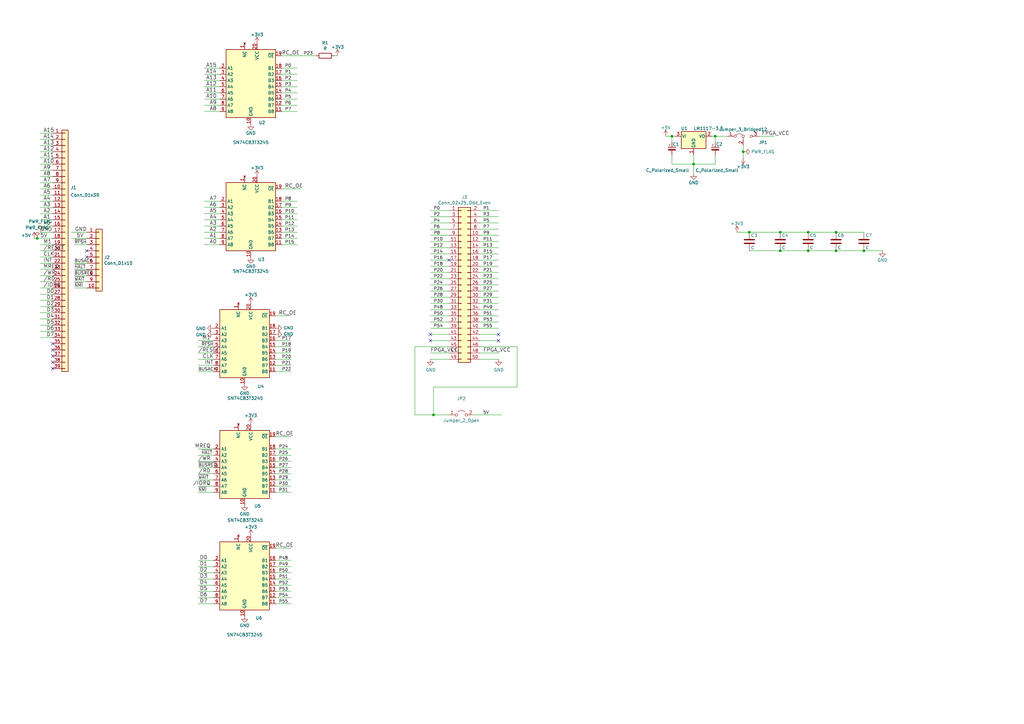
<source format=kicad_sch>
(kicad_sch (version 20211123) (generator eeschema)
  (paper "A3")
  (title_block (title "RC2014 myStorm BlackIce interface") (date "2020-10-08") (rev "2"))
  (lib_symbols
    (symbol "Connector_Generic:Conn_01x10" (pin_names (offset 1.016) hide)
      (property "Reference" "J" (at 0 12.7 0))
      (property "Value" "Conn_01x10" (at 0 -15.24 0))
      (symbol "Conn_01x10_1_1"
        (rectangle (start -1.27 -12.573) (end 0 -12.827) (stroke (width 0.1524)))
        (rectangle (start -1.27 -10.033) (end 0 -10.287) (stroke (width 0.1524)))
        (rectangle (start -1.27 -7.493) (end 0 -7.747) (stroke (width 0.1524)))
        (rectangle (start -1.27 -4.953) (end 0 -5.207) (stroke (width 0.1524)))
        (rectangle (start -1.27 -2.413) (end 0 -2.667) (stroke (width 0.1524)))
        (rectangle (start -1.27 0.127) (end 0 -0.127) (stroke (width 0.1524)))
        (rectangle (start -1.27 2.667) (end 0 2.413) (stroke (width 0.1524)))
        (rectangle (start -1.27 5.207) (end 0 4.953) (stroke (width 0.1524)))
        (rectangle (start -1.27 7.747) (end 0 7.493) (stroke (width 0.1524)))
        (rectangle (start -1.27 10.287) (end 0 10.033) (stroke (width 0.1524)))
        (rectangle (start -1.27 11.43) (end 1.27 -13.97) (stroke (width 0.254)) (fill (type background)))
        (pin passive line (at -5.08 10.16 0) (length 3.81) (name "Pin_1") (number "1"))
        (pin passive line (at -5.08 -12.7 0) (length 3.81) (name "Pin_10") (number "10"))
        (pin passive line (at -5.08 7.62 0) (length 3.81) (name "Pin_2") (number "2"))
        (pin passive line (at -5.08 5.08 0) (length 3.81) (name "Pin_3") (number "3"))
        (pin passive line (at -5.08 2.54 0) (length 3.81) (name "Pin_4") (number "4"))
        (pin passive line (at -5.08 0 0) (length 3.81) (name "Pin_5") (number "5"))
        (pin passive line (at -5.08 -2.54 0) (length 3.81) (name "Pin_6") (number "6"))
        (pin passive line (at -5.08 -5.08 0) (length 3.81) (name "Pin_7") (number "7"))
        (pin passive line (at -5.08 -7.62 0) (length 3.81) (name "Pin_8") (number "8"))
        (pin passive line (at -5.08 -10.16 0) (length 3.81) (name "Pin_9") (number "9"))
      )
    )
    (symbol "Connector_Generic:Conn_01x39" (pin_names (offset 1.016) hide)
      (property "Reference" "J" (at 0 50.8 0))
      (property "Value" "Conn_01x39" (at 0 -50.8 0))
      (symbol "Conn_01x39_1_1"
        (rectangle (start -1.27 -48.133) (end 0 -48.387) (stroke (width 0.1524)))
        (rectangle (start -1.27 -45.593) (end 0 -45.847) (stroke (width 0.1524)))
        (rectangle (start -1.27 -43.053) (end 0 -43.307) (stroke (width 0.1524)))
        (rectangle (start -1.27 -40.513) (end 0 -40.767) (stroke (width 0.1524)))
        (rectangle (start -1.27 -37.973) (end 0 -38.227) (stroke (width 0.1524)))
        (rectangle (start -1.27 -35.433) (end 0 -35.687) (stroke (width 0.1524)))
        (rectangle (start -1.27 -32.893) (end 0 -33.147) (stroke (width 0.1524)))
        (rectangle (start -1.27 -30.353) (end 0 -30.607) (stroke (width 0.1524)))
        (rectangle (start -1.27 -27.813) (end 0 -28.067) (stroke (width 0.1524)))
        (rectangle (start -1.27 -25.273) (end 0 -25.527) (stroke (width 0.1524)))
        (rectangle (start -1.27 -22.733) (end 0 -22.987) (stroke (width 0.1524)))
        (rectangle (start -1.27 -20.193) (end 0 -20.447) (stroke (width 0.1524)))
        (rectangle (start -1.27 -17.653) (end 0 -17.907) (stroke (width 0.1524)))
        (rectangle (start -1.27 -15.113) (end 0 -15.367) (stroke (width 0.1524)))
        (rectangle (start -1.27 -12.573) (end 0 -12.827) (stroke (width 0.1524)))
        (rectangle (start -1.27 -10.033) (end 0 -10.287) (stroke (width 0.1524)))
        (rectangle (start -1.27 -7.493) (end 0 -7.747) (stroke (width 0.1524)))
        (rectangle (start -1.27 -4.953) (end 0 -5.207) (stroke (width 0.1524)))
        (rectangle (start -1.27 -2.413) (end 0 -2.667) (stroke (width 0.1524)))
        (rectangle (start -1.27 0.127) (end 0 -0.127) (stroke (width 0.1524)))
        (rectangle (start -1.27 2.667) (end 0 2.413) (stroke (width 0.1524)))
        (rectangle (start -1.27 5.207) (end 0 4.953) (stroke (width 0.1524)))
        (rectangle (start -1.27 7.747) (end 0 7.493) (stroke (width 0.1524)))
        (rectangle (start -1.27 10.287) (end 0 10.033) (stroke (width 0.1524)))
        (rectangle (start -1.27 12.827) (end 0 12.573) (stroke (width 0.1524)))
        (rectangle (start -1.27 15.367) (end 0 15.113) (stroke (width 0.1524)))
        (rectangle (start -1.27 17.907) (end 0 17.653) (stroke (width 0.1524)))
        (rectangle (start -1.27 20.447) (end 0 20.193) (stroke (width 0.1524)))
        (rectangle (start -1.27 22.987) (end 0 22.733) (stroke (width 0.1524)))
        (rectangle (start -1.27 25.527) (end 0 25.273) (stroke (width 0.1524)))
        (rectangle (start -1.27 28.067) (end 0 27.813) (stroke (width 0.1524)))
        (rectangle (start -1.27 30.607) (end 0 30.353) (stroke (width 0.1524)))
        (rectangle (start -1.27 33.147) (end 0 32.893) (stroke (width 0.1524)))
        (rectangle (start -1.27 35.687) (end 0 35.433) (stroke (width 0.1524)))
        (rectangle (start -1.27 38.227) (end 0 37.973) (stroke (width 0.1524)))
        (rectangle (start -1.27 40.767) (end 0 40.513) (stroke (width 0.1524)))
        (rectangle (start -1.27 43.307) (end 0 43.053) (stroke (width 0.1524)))
        (rectangle (start -1.27 45.847) (end 0 45.593) (stroke (width 0.1524)))
        (rectangle (start -1.27 48.387) (end 0 48.133) (stroke (width 0.1524)))
        (rectangle (start -1.27 49.53) (end 1.27 -49.53) (stroke (width 0.254)) (fill (type background)))
        (pin passive line (at -5.08 48.26 0) (length 3.81) (name "Pin_1") (number "1"))
        (pin passive line (at -5.08 25.4 0) (length 3.81) (name "Pin_10") (number "10"))
        (pin passive line (at -5.08 22.86 0) (length 3.81) (name "Pin_11") (number "11"))
        (pin passive line (at -5.08 20.32 0) (length 3.81) (name "Pin_12") (number "12"))
        (pin passive line (at -5.08 17.78 0) (length 3.81) (name "Pin_13") (number "13"))
        (pin passive line (at -5.08 15.24 0) (length 3.81) (name "Pin_14") (number "14"))
        (pin passive line (at -5.08 12.7 0) (length 3.81) (name "Pin_15") (number "15"))
        (pin passive line (at -5.08 10.16 0) (length 3.81) (name "Pin_16") (number "16"))
        (pin passive line (at -5.08 7.62 0) (length 3.81) (name "Pin_17") (number "17"))
        (pin passive line (at -5.08 5.08 0) (length 3.81) (name "Pin_18") (number "18"))
        (pin passive line (at -5.08 2.54 0) (length 3.81) (name "Pin_19") (number "19"))
        (pin passive line (at -5.08 45.72 0) (length 3.81) (name "Pin_2") (number "2"))
        (pin passive line (at -5.08 0 0) (length 3.81) (name "Pin_20") (number "20"))
        (pin passive line (at -5.08 -2.54 0) (length 3.81) (name "Pin_21") (number "21"))
        (pin passive line (at -5.08 -5.08 0) (length 3.81) (name "Pin_22") (number "22"))
        (pin passive line (at -5.08 -7.62 0) (length 3.81) (name "Pin_23") (number "23"))
        (pin passive line (at -5.08 -10.16 0) (length 3.81) (name "Pin_24") (number "24"))
        (pin passive line (at -5.08 -12.7 0) (length 3.81) (name "Pin_25") (number "25"))
        (pin passive line (at -5.08 -15.24 0) (length 3.81) (name "Pin_26") (number "26"))
        (pin passive line (at -5.08 -17.78 0) (length 3.81) (name "Pin_27") (number "27"))
        (pin passive line (at -5.08 -20.32 0) (length 3.81) (name "Pin_28") (number "28"))
        (pin passive line (at -5.08 -22.86 0) (length 3.81) (name "Pin_29") (number "29"))
        (pin passive line (at -5.08 43.18 0) (length 3.81) (name "Pin_3") (number "3"))
        (pin passive line (at -5.08 -25.4 0) (length 3.81) (name "Pin_30") (number "30"))
        (pin passive line (at -5.08 -27.94 0) (length 3.81) (name "Pin_31") (number "31"))
        (pin passive line (at -5.08 -30.48 0) (length 3.81) (name "Pin_32") (number "32"))
        (pin passive line (at -5.08 -33.02 0) (length 3.81) (name "Pin_33") (number "33"))
        (pin passive line (at -5.08 -35.56 0) (length 3.81) (name "Pin_34") (number "34"))
        (pin passive line (at -5.08 -38.1 0) (length 3.81) (name "Pin_35") (number "35"))
        (pin passive line (at -5.08 -40.64 0) (length 3.81) (name "Pin_36") (number "36"))
        (pin passive line (at -5.08 -43.18 0) (length 3.81) (name "Pin_37") (number "37"))
        (pin passive line (at -5.08 -45.72 0) (length 3.81) (name "Pin_38") (number "38"))
        (pin passive line (at -5.08 -48.26 0) (length 3.81) (name "Pin_39") (number "39"))
        (pin passive line (at -5.08 40.64 0) (length 3.81) (name "Pin_4") (number "4"))
        (pin passive line (at -5.08 38.1 0) (length 3.81) (name "Pin_5") (number "5"))
        (pin passive line (at -5.08 35.56 0) (length 3.81) (name "Pin_6") (number "6"))
        (pin passive line (at -5.08 33.02 0) (length 3.81) (name "Pin_7") (number "7"))
        (pin passive line (at -5.08 30.48 0) (length 3.81) (name "Pin_8") (number "8"))
        (pin passive line (at -5.08 27.94 0) (length 3.81) (name "Pin_9") (number "9"))
      )
    )
    (symbol "Connector_Generic:Conn_02x25_Odd_Even" (pin_names (offset 1.016) hide)
      (property "Reference" "J" (at 1.27 33.02 0))
      (property "Value" "Conn_02x25_Odd_Even" (at 1.27 -33.02 0))
      (symbol "Conn_02x25_Odd_Even_1_1"
        (rectangle (start -1.27 -30.353) (end 0 -30.607) (stroke (width 0.1524)))
        (rectangle (start -1.27 -27.813) (end 0 -28.067) (stroke (width 0.1524)))
        (rectangle (start -1.27 -25.273) (end 0 -25.527) (stroke (width 0.1524)))
        (rectangle (start -1.27 -22.733) (end 0 -22.987) (stroke (width 0.1524)))
        (rectangle (start -1.27 -20.193) (end 0 -20.447) (stroke (width 0.1524)))
        (rectangle (start -1.27 -17.653) (end 0 -17.907) (stroke (width 0.1524)))
        (rectangle (start -1.27 -15.113) (end 0 -15.367) (stroke (width 0.1524)))
        (rectangle (start -1.27 -12.573) (end 0 -12.827) (stroke (width 0.1524)))
        (rectangle (start -1.27 -10.033) (end 0 -10.287) (stroke (width 0.1524)))
        (rectangle (start -1.27 -7.493) (end 0 -7.747) (stroke (width 0.1524)))
        (rectangle (start -1.27 -4.953) (end 0 -5.207) (stroke (width 0.1524)))
        (rectangle (start -1.27 -2.413) (end 0 -2.667) (stroke (width 0.1524)))
        (rectangle (start -1.27 0.127) (end 0 -0.127) (stroke (width 0.1524)))
        (rectangle (start -1.27 2.667) (end 0 2.413) (stroke (width 0.1524)))
        (rectangle (start -1.27 5.207) (end 0 4.953) (stroke (width 0.1524)))
        (rectangle (start -1.27 7.747) (end 0 7.493) (stroke (width 0.1524)))
        (rectangle (start -1.27 10.287) (end 0 10.033) (stroke (width 0.1524)))
        (rectangle (start -1.27 12.827) (end 0 12.573) (stroke (width 0.1524)))
        (rectangle (start -1.27 15.367) (end 0 15.113) (stroke (width 0.1524)))
        (rectangle (start -1.27 17.907) (end 0 17.653) (stroke (width 0.1524)))
        (rectangle (start -1.27 20.447) (end 0 20.193) (stroke (width 0.1524)))
        (rectangle (start -1.27 22.987) (end 0 22.733) (stroke (width 0.1524)))
        (rectangle (start -1.27 25.527) (end 0 25.273) (stroke (width 0.1524)))
        (rectangle (start -1.27 28.067) (end 0 27.813) (stroke (width 0.1524)))
        (rectangle (start -1.27 30.607) (end 0 30.353) (stroke (width 0.1524)))
        (rectangle (start -1.27 31.75) (end 3.81 -31.75) (stroke (width 0.254)) (fill (type background)))
        (rectangle (start 3.81 -30.353) (end 2.54 -30.607) (stroke (width 0.1524)))
        (rectangle (start 3.81 -27.813) (end 2.54 -28.067) (stroke (width 0.1524)))
        (rectangle (start 3.81 -25.273) (end 2.54 -25.527) (stroke (width 0.1524)))
        (rectangle (start 3.81 -22.733) (end 2.54 -22.987) (stroke (width 0.1524)))
        (rectangle (start 3.81 -20.193) (end 2.54 -20.447) (stroke (width 0.1524)))
        (rectangle (start 3.81 -17.653) (end 2.54 -17.907) (stroke (width 0.1524)))
        (rectangle (start 3.81 -15.113) (end 2.54 -15.367) (stroke (width 0.1524)))
        (rectangle (start 3.81 -12.573) (end 2.54 -12.827) (stroke (width 0.1524)))
        (rectangle (start 3.81 -10.033) (end 2.54 -10.287) (stroke (width 0.1524)))
        (rectangle (start 3.81 -7.493) (end 2.54 -7.747) (stroke (width 0.1524)))
        (rectangle (start 3.81 -4.953) (end 2.54 -5.207) (stroke (width 0.1524)))
        (rectangle (start 3.81 -2.413) (end 2.54 -2.667) (stroke (width 0.1524)))
        (rectangle (start 3.81 0.127) (end 2.54 -0.127) (stroke (width 0.1524)))
        (rectangle (start 3.81 2.667) (end 2.54 2.413) (stroke (width 0.1524)))
        (rectangle (start 3.81 5.207) (end 2.54 4.953) (stroke (width 0.1524)))
        (rectangle (start 3.81 7.747) (end 2.54 7.493) (stroke (width 0.1524)))
        (rectangle (start 3.81 10.287) (end 2.54 10.033) (stroke (width 0.1524)))
        (rectangle (start 3.81 12.827) (end 2.54 12.573) (stroke (width 0.1524)))
        (rectangle (start 3.81 15.367) (end 2.54 15.113) (stroke (width 0.1524)))
        (rectangle (start 3.81 17.907) (end 2.54 17.653) (stroke (width 0.1524)))
        (rectangle (start 3.81 20.447) (end 2.54 20.193) (stroke (width 0.1524)))
        (rectangle (start 3.81 22.987) (end 2.54 22.733) (stroke (width 0.1524)))
        (rectangle (start 3.81 25.527) (end 2.54 25.273) (stroke (width 0.1524)))
        (rectangle (start 3.81 28.067) (end 2.54 27.813) (stroke (width 0.1524)))
        (rectangle (start 3.81 30.607) (end 2.54 30.353) (stroke (width 0.1524)))
        (pin passive line (at -5.08 30.48 0) (length 3.81) (name "Pin_1") (number "1"))
        (pin passive line (at 7.62 20.32 180) (length 3.81) (name "Pin_10") (number "10"))
        (pin passive line (at -5.08 17.78 0) (length 3.81) (name "Pin_11") (number "11"))
        (pin passive line (at 7.62 17.78 180) (length 3.81) (name "Pin_12") (number "12"))
        (pin passive line (at -5.08 15.24 0) (length 3.81) (name "Pin_13") (number "13"))
        (pin passive line (at 7.62 15.24 180) (length 3.81) (name "Pin_14") (number "14"))
        (pin passive line (at -5.08 12.7 0) (length 3.81) (name "Pin_15") (number "15"))
        (pin passive line (at 7.62 12.7 180) (length 3.81) (name "Pin_16") (number "16"))
        (pin passive line (at -5.08 10.16 0) (length 3.81) (name "Pin_17") (number "17"))
        (pin passive line (at 7.62 10.16 180) (length 3.81) (name "Pin_18") (number "18"))
        (pin passive line (at -5.08 7.62 0) (length 3.81) (name "Pin_19") (number "19"))
        (pin passive line (at 7.62 30.48 180) (length 3.81) (name "Pin_2") (number "2"))
        (pin passive line (at 7.62 7.62 180) (length 3.81) (name "Pin_20") (number "20"))
        (pin passive line (at -5.08 5.08 0) (length 3.81) (name "Pin_21") (number "21"))
        (pin passive line (at 7.62 5.08 180) (length 3.81) (name "Pin_22") (number "22"))
        (pin passive line (at -5.08 2.54 0) (length 3.81) (name "Pin_23") (number "23"))
        (pin passive line (at 7.62 2.54 180) (length 3.81) (name "Pin_24") (number "24"))
        (pin passive line (at -5.08 0 0) (length 3.81) (name "Pin_25") (number "25"))
        (pin passive line (at 7.62 0 180) (length 3.81) (name "Pin_26") (number "26"))
        (pin passive line (at -5.08 -2.54 0) (length 3.81) (name "Pin_27") (number "27"))
        (pin passive line (at 7.62 -2.54 180) (length 3.81) (name "Pin_28") (number "28"))
        (pin passive line (at -5.08 -5.08 0) (length 3.81) (name "Pin_29") (number "29"))
        (pin passive line (at -5.08 27.94 0) (length 3.81) (name "Pin_3") (number "3"))
        (pin passive line (at 7.62 -5.08 180) (length 3.81) (name "Pin_30") (number "30"))
        (pin passive line (at -5.08 -7.62 0) (length 3.81) (name "Pin_31") (number "31"))
        (pin passive line (at 7.62 -7.62 180) (length 3.81) (name "Pin_32") (number "32"))
        (pin passive line (at -5.08 -10.16 0) (length 3.81) (name "Pin_33") (number "33"))
        (pin passive line (at 7.62 -10.16 180) (length 3.81) (name "Pin_34") (number "34"))
        (pin passive line (at -5.08 -12.7 0) (length 3.81) (name "Pin_35") (number "35"))
        (pin passive line (at 7.62 -12.7 180) (length 3.81) (name "Pin_36") (number "36"))
        (pin passive line (at -5.08 -15.24 0) (length 3.81) (name "Pin_37") (number "37"))
        (pin passive line (at 7.62 -15.24 180) (length 3.81) (name "Pin_38") (number "38"))
        (pin passive line (at -5.08 -17.78 0) (length 3.81) (name "Pin_39") (number "39"))
        (pin passive line (at 7.62 27.94 180) (length 3.81) (name "Pin_4") (number "4"))
        (pin passive line (at 7.62 -17.78 180) (length 3.81) (name "Pin_40") (number "40"))
        (pin passive line (at -5.08 -20.32 0) (length 3.81) (name "Pin_41") (number "41"))
        (pin passive line (at 7.62 -20.32 180) (length 3.81) (name "Pin_42") (number "42"))
        (pin passive line (at -5.08 -22.86 0) (length 3.81) (name "Pin_43") (number "43"))
        (pin passive line (at 7.62 -22.86 180) (length 3.81) (name "Pin_44") (number "44"))
        (pin passive line (at -5.08 -25.4 0) (length 3.81) (name "Pin_45") (number "45"))
        (pin passive line (at 7.62 -25.4 180) (length 3.81) (name "Pin_46") (number "46"))
        (pin passive line (at -5.08 -27.94 0) (length 3.81) (name "Pin_47") (number "47"))
        (pin passive line (at 7.62 -27.94 180) (length 3.81) (name "Pin_48") (number "48"))
        (pin passive line (at -5.08 -30.48 0) (length 3.81) (name "Pin_49") (number "49"))
        (pin passive line (at -5.08 25.4 0) (length 3.81) (name "Pin_5") (number "5"))
        (pin passive line (at 7.62 -30.48 180) (length 3.81) (name "Pin_50") (number "50"))
        (pin passive line (at 7.62 25.4 180) (length 3.81) (name "Pin_6") (number "6"))
        (pin passive line (at -5.08 22.86 0) (length 3.81) (name "Pin_7") (number "7"))
        (pin passive line (at 7.62 22.86 180) (length 3.81) (name "Pin_8") (number "8"))
        (pin passive line (at -5.08 20.32 0) (length 3.81) (name "Pin_9") (number "9"))
      )
    )
    (symbol "Device:C" (pin_numbers hide) (pin_names (offset 0.254))
      (property "Reference" "C" (at 0.635 2.54 0))
      (property "Value" "C" (at 0.635 -2.54 0))
      (symbol "C_0_1"
        (polyline (pts (xy -2.032 -0.762) (xy 2.032 -0.762)) (stroke (width 0.508)))
        (polyline (pts (xy -2.032 0.762) (xy 2.032 0.762)) (stroke (width 0.508)))
      )
      (symbol "C_1_1"
        (pin passive line (at 0 3.81 270) (length 2.794) (name "~") (number "1"))
        (pin passive line (at 0 -3.81 90) (length 2.794) (name "~") (number "2"))
      )
    )
    (symbol "Device:C_Polarized_Small" (pin_numbers hide) (pin_names (offset 0.254) hide)
      (property "Reference" "C" (at 0.254 1.778 0))
      (property "Value" "C_Polarized_Small" (at 0.254 -2.032 0))
      (symbol "C_Polarized_Small_0_1"
        (rectangle (start -1.524 -0.3048) (end 1.524 -0.6858) (fill (type outline)))
        (rectangle (start -1.524 0.6858) (end 1.524 0.3048))
        (polyline (pts (xy -1.27 1.524) (xy -0.762 1.524)))
        (polyline (pts (xy -1.016 1.27) (xy -1.016 1.778)))
      )
      (symbol "C_Polarized_Small_1_1"
        (pin passive line (at 0 2.54 270) (length 1.8542) (name "~") (number "1"))
        (pin passive line (at 0 -2.54 90) (length 1.8542) (name "~") (number "2"))
      )
    )
    (symbol "Device:R" (pin_numbers hide) (pin_names (offset 0))
      (property "Reference" "R" (at 2.032 0 90))
      (property "Value" "R" (at 0 0 90))
      (symbol "R_0_1"
        (rectangle (start -1.016 -2.54) (end 1.016 2.54) (stroke (width 0.254)))
      )
      (symbol "R_1_1"
        (pin passive line (at 0 3.81 270) (length 1.27) (name "~") (number "1"))
        (pin passive line (at 0 -3.81 90) (length 1.27) (name "~") (number "2"))
      )
    )
    (symbol "Jumper:Jumper_2_Open" (pin_names (offset 0) hide)
      (property "Reference" "JP" (at 0 2.794 0))
      (property "Value" "Jumper_2_Open" (at 0 -2.286 0))
      (symbol "Jumper_2_Open_0_0"
        (circle (center -2.032 0) (radius 0.508))
        (circle (center 2.032 0) (radius 0.508))
      )
      (symbol "Jumper_2_Open_0_1"
        (arc (start 1.524 1.27) (mid 0 1.778) (end -1.524 1.27))
      )
      (symbol "Jumper_2_Open_1_1"
        (pin passive line (at -5.08 0 0) (length 2.54) (name "A") (number "1"))
        (pin passive line (at 5.08 0 180) (length 2.54) (name "B") (number "2"))
      )
    )
    (symbol "Jumper:Jumper_3_Bridged12" (pin_names (offset 0) hide)
      (property "Reference" "JP" (at -2.54 -2.54 0))
      (property "Value" "Jumper_3_Bridged12" (at 0 2.794 0))
      (symbol "Jumper_3_Bridged12_0_0"
        (circle (center -3.302 0) (radius 0.508))
        (circle (center 0 0) (radius 0.508))
        (circle (center 3.302 0) (radius 0.508))
      )
      (symbol "Jumper_3_Bridged12_0_1"
        (arc (start -0.254 0.508) (mid -1.651 0.9912) (end -3.048 0.508))
        (polyline (pts (xy 0 -1.27) (xy 0 -0.508)))
      )
      (symbol "Jumper_3_Bridged12_1_1"
        (pin passive line (at -6.35 0 0) (length 2.54) (name "A") (number "1"))
        (pin passive line (at 0 -3.81 90) (length 2.54) (name "C") (number "2"))
        (pin passive line (at 6.35 0 180) (length 2.54) (name "B") (number "3"))
      )
    )
    (symbol "Regulator_Linear:LM1117-3.3" (pin_names (offset 0.254))
      (property "Reference" "U" (at -3.81 3.175 0))
      (property "Value" "LM1117-3.3" (at 0 3.175 0))
      (symbol "LM1117-3.3_0_1"
        (rectangle (start -5.08 -5.08) (end 5.08 1.905) (stroke (width 0.254)) (fill (type background)))
      )
      (symbol "LM1117-3.3_1_1"
        (pin power_in line (at 0 -7.62 90) (length 2.54) (name "GND") (number "1"))
        (pin power_out line (at 7.62 0 180) (length 2.54) (name "VO") (number "2"))
        (pin power_in line (at -7.62 0 0) (length 2.54) (name "VI") (number "3"))
      )
    )
    (symbol "power:+3V3" (power) (pin_names (offset 0))
      (property "Value" "+3V3" (at 0 3.556 0))
      (symbol "+3V3_0_1"
        (polyline (pts (xy -0.762 1.27) (xy 0 2.54)))
        (polyline (pts (xy 0 0) (xy 0 2.54)))
        (polyline (pts (xy 0 2.54) (xy 0.762 1.27)))
      )
      (symbol "+3V3_1_1"
        (pin power_in line (at 0 0 90) (length 0) hide (name "+3V3") (number "1"))
      )
    )
    (symbol "power:+5V" (power) (pin_names (offset 0))
      (property "Value" "+5V" (at 0 3.556 0))
      (symbol "+5V_0_1"
        (polyline (pts (xy -0.762 1.27) (xy 0 2.54)))
        (polyline (pts (xy 0 0) (xy 0 2.54)))
        (polyline (pts (xy 0 2.54) (xy 0.762 1.27)))
      )
      (symbol "+5V_1_1"
        (pin power_in line (at 0 0 90) (length 0) hide (name "+5V") (number "1"))
      )
    )
    (symbol "power:GND" (power) (pin_names (offset 0))
      (property "Value" "GND" (at 0 -3.81 0))
      (symbol "GND_0_1"
        (polyline (pts (xy 0 0) (xy 0 -1.27) (xy 1.27 -1.27) (xy 0 -2.54) (xy -1.27 -1.27) (xy 0 -1.27)))
      )
      (symbol "GND_1_1"
        (pin power_in line (at 0 0 270) (length 0) hide (name "GND") (number "1"))
      )
    )
    (symbol "power:PWR_FLAG" (power) (pin_numbers hide) (pin_names (offset 0) hide)
      (property "Value" "PWR_FLAG" (at 0 3.81 0))
      (symbol "PWR_FLAG_0_0"
        (pin power_out line (at 0 0 90) (length 0) (name "pwr") (number "1"))
      )
      (symbol "PWR_FLAG_0_1"
        (polyline (pts (xy 0 0) (xy 0 1.27) (xy -1.016 1.905) (xy 0 2.54) (xy 1.016 1.905) (xy 0 1.27)))
      )
    )
    (symbol "rc2014-icecore:SN74CB3T3245"
      (property "Reference" "U" (at -8.89 13.97 0))
      (property "Value" "SN74CB3T3245" (at 12.7 13.97 0))
      (symbol "SN74CB3T3245_0_1"
        (rectangle (start -10.16 12.7) (end 10.16 -15.24) (stroke (width 0.254)) (fill (type background)))
      )
      (symbol "SN74CB3T3245_1_1"
        (pin no_connect line (at -2.54 15.24 270) (length 2.54) (name "NC") (number "1"))
        (pin power_in line (at 0 -17.78 90) (length 2.54) (name "GND") (number "10"))
        (pin bidirectional line (at 12.7 -12.7 180) (length 2.54) (name "B8") (number "11"))
        (pin bidirectional line (at 12.7 -10.16 180) (length 2.54) (name "B7") (number "12"))
        (pin bidirectional line (at 12.7 -7.62 180) (length 2.54) (name "B6") (number "13"))
        (pin bidirectional line (at 12.7 -5.08 180) (length 2.54) (name "B5") (number "14"))
        (pin bidirectional line (at 12.7 -2.54 180) (length 2.54) (name "B4") (number "15"))
        (pin bidirectional line (at 12.7 0 180) (length 2.54) (name "B3") (number "16"))
        (pin bidirectional line (at 12.7 2.54 180) (length 2.54) (name "B2") (number "17"))
        (pin bidirectional line (at 12.7 5.08 180) (length 2.54) (name "B1") (number "18"))
        (pin input line (at 12.7 10.16 180) (length 2.54) (name "~{OE}") (number "19"))
        (pin bidirectional line (at -12.7 5.08 0) (length 2.54) (name "A1") (number "2"))
        (pin power_in line (at 2.54 15.24 270) (length 2.54) (name "VCC") (number "20"))
        (pin bidirectional line (at -12.7 2.54 0) (length 2.54) (name "A2") (number "3"))
        (pin bidirectional line (at -12.7 0 0) (length 2.54) (name "A3") (number "4"))
        (pin bidirectional line (at -12.7 -2.54 0) (length 2.54) (name "A4") (number "5"))
        (pin bidirectional line (at -12.7 -5.08 0) (length 2.54) (name "A5") (number "6"))
        (pin bidirectional line (at -12.7 -7.62 0) (length 2.54) (name "A6") (number "7"))
        (pin bidirectional line (at -12.7 -10.16 0) (length 2.54) (name "A7") (number "8"))
        (pin bidirectional line (at -12.7 -12.7 0) (length 2.54) (name "A8") (number "9"))
      )
    )
  )
  (junction (at 320.04 95.25))
  (junction (at 354.33 102.87))
  (junction (at 15.24 97.79))
  (junction (at 342.9 102.87))
  (junction (at 284.48 67.31))
  (junction (at 304.8 62.23))
  (junction (at 293.37 55.88))
  (junction (at 177.8 170.18))
  (junction (at 331.47 102.87))
  (junction (at 275.59 55.88))
  (junction (at 342.9 95.25))
  (junction (at 307.34 95.25))
  (junction (at 331.47 95.25))
  (junction (at 320.04 102.87))
  (no_connect (at 204.47 139.7))
  (no_connect (at 204.47 137.16))
  (no_connect (at 176.53 137.16))
  (no_connect (at 35.56 105.41))
  (no_connect (at 21.59 148.59))
  (no_connect (at 184.15 106.68))
  (no_connect (at 21.59 151.13))
  (no_connect (at 176.53 139.7))
  (no_connect (at 35.56 102.87))
  (no_connect (at 21.59 146.05))
  (no_connect (at 21.59 140.97))
  (no_connect (at 21.59 143.51))
  (wire (pts (xy 204.47 106.68) (xy 196.85 106.68)))
  (wire (pts (xy 16.51 92.71) (xy 21.59 92.71)))
  (wire (pts (xy 90.17 82.55) (xy 83.82 82.55)))
  (wire (pts (xy 170.18 170.18) (xy 177.8 170.18)))
  (wire (pts (xy 16.51 118.11) (xy 21.59 118.11)))
  (wire (pts (xy 121.92 82.55) (xy 115.57 82.55)))
  (wire (pts (xy 16.51 133.35) (xy 21.59 133.35)))
  (wire (pts (xy 212.09 158.75) (xy 177.8 158.75)))
  (wire (pts (xy 29.21 97.79) (xy 35.56 97.79)))
  (wire (pts (xy 204.47 96.52) (xy 196.85 96.52)))
  (wire (pts (xy 177.8 158.75) (xy 177.8 170.18)))
  (wire (pts (xy 87.63 147.32) (xy 81.28 147.32)))
  (wire (pts (xy 87.63 152.4) (xy 81.28 152.4)))
  (wire (pts (xy 204.47 114.3) (xy 196.85 114.3)))
  (wire (pts (xy 184.15 137.16) (xy 176.53 137.16)))
  (wire (pts (xy 204.47 119.38) (xy 196.85 119.38)))
  (wire (pts (xy 293.37 67.31) (xy 293.37 63.5)))
  (wire (pts (xy 30.48 113.03) (xy 35.56 113.03)))
  (wire (pts (xy 16.51 130.81) (xy 21.59 130.81)))
  (wire (pts (xy 194.31 170.18) (xy 205.74 170.18)))
  (wire (pts (xy 119.38 129.54) (xy 113.03 129.54)))
  (wire (pts (xy 87.63 191.77) (xy 81.28 191.77)))
  (wire (pts (xy 87.63 237.49) (xy 81.28 237.49)))
  (wire (pts (xy 113.03 139.7) (xy 119.38 139.7)))
  (wire (pts (xy 170.18 142.24) (xy 184.15 142.24)))
  (wire (pts (xy 87.63 189.23) (xy 81.28 189.23)))
  (wire (pts (xy 184.15 88.9) (xy 176.53 88.9)))
  (wire (pts (xy 16.51 77.47) (xy 21.59 77.47)))
  (wire (pts (xy 204.47 132.08) (xy 196.85 132.08)))
  (wire (pts (xy 121.92 43.18) (xy 115.57 43.18)))
  (wire (pts (xy 115.57 38.1) (xy 121.92 38.1)))
  (wire (pts (xy 121.92 85.09) (xy 115.57 85.09)))
  (wire (pts (xy 275.59 58.42) (xy 275.59 55.88)))
  (wire (pts (xy 184.15 121.92) (xy 176.53 121.92)))
  (wire (pts (xy 121.92 90.17) (xy 115.57 90.17)))
  (wire (pts (xy 90.17 95.25) (xy 83.82 95.25)))
  (wire (pts (xy 90.17 92.71) (xy 83.82 92.71)))
  (wire (pts (xy 177.8 170.18) (xy 184.15 170.18)))
  (wire (pts (xy 16.51 59.69) (xy 21.59 59.69)))
  (wire (pts (xy 119.38 229.87) (xy 113.03 229.87)))
  (wire (pts (xy 87.63 139.7) (xy 81.28 139.7)))
  (wire (pts (xy 184.15 114.3) (xy 176.53 114.3)))
  (wire (pts (xy 204.47 86.36) (xy 196.85 86.36)))
  (wire (pts (xy 119.38 186.69) (xy 113.03 186.69)))
  (wire (pts (xy 87.63 245.11) (xy 81.28 245.11)))
  (wire (pts (xy 119.38 149.86) (xy 113.03 149.86)))
  (wire (pts (xy 275.59 67.31) (xy 284.48 67.31)))
  (wire (pts (xy 30.48 107.95) (xy 35.56 107.95)))
  (wire (pts (xy 90.17 100.33) (xy 83.82 100.33)))
  (wire (pts (xy 90.17 97.79) (xy 83.82 97.79)))
  (wire (pts (xy 90.17 35.56) (xy 83.82 35.56)))
  (wire (pts (xy 304.8 62.23) (xy 304.8 64.77)))
  (wire (pts (xy 87.63 196.85) (xy 81.28 196.85)))
  (wire (pts (xy 302.26 95.25) (xy 307.34 95.25)))
  (wire (pts (xy 354.33 102.87) (xy 361.95 102.87)))
  (wire (pts (xy 16.51 80.01) (xy 21.59 80.01)))
  (wire (pts (xy 119.38 184.15) (xy 113.03 184.15)))
  (wire (pts (xy 16.51 123.19) (xy 21.59 123.19)))
  (wire (pts (xy 184.15 93.98) (xy 176.53 93.98)))
  (wire (pts (xy 320.04 102.87) (xy 331.47 102.87)))
  (wire (pts (xy 87.63 199.39) (xy 81.28 199.39)))
  (wire (pts (xy 87.63 149.86) (xy 81.28 149.86)))
  (wire (pts (xy 121.92 92.71) (xy 115.57 92.71)))
  (wire (pts (xy 115.57 27.94) (xy 121.92 27.94)))
  (wire (pts (xy 90.17 27.94) (xy 83.82 27.94)))
  (wire (pts (xy 184.15 129.54) (xy 176.53 129.54)))
  (wire (pts (xy 184.15 147.32) (xy 176.53 147.32)))
  (wire (pts (xy 115.57 35.56) (xy 121.92 35.56)))
  (wire (pts (xy 204.47 91.44) (xy 196.85 91.44)))
  (wire (pts (xy 16.51 95.25) (xy 21.59 95.25)))
  (wire (pts (xy 204.47 109.22) (xy 196.85 109.22)))
  (wire (pts (xy 115.57 40.64) (xy 121.92 40.64)))
  (wire (pts (xy 284.48 67.31) (xy 284.48 71.12)))
  (wire (pts (xy 119.38 147.32) (xy 113.03 147.32)))
  (wire (pts (xy 304.8 59.69) (xy 304.8 62.23)))
  (wire (pts (xy 35.56 95.25) (xy 29.21 95.25)))
  (wire (pts (xy 184.15 134.62) (xy 176.53 134.62)))
  (wire (pts (xy 121.92 100.33) (xy 115.57 100.33)))
  (wire (pts (xy 16.51 115.57) (xy 21.59 115.57)))
  (wire (pts (xy 81.28 201.93) (xy 87.63 201.93)))
  (wire (pts (xy 16.51 90.17) (xy 21.59 90.17)))
  (wire (pts (xy 87.63 247.65) (xy 81.28 247.65)))
  (wire (pts (xy 123.19 77.47) (xy 115.57 77.47)))
  (wire (pts (xy 113.03 237.49) (xy 119.38 237.49)))
  (wire (pts (xy 16.51 74.93) (xy 21.59 74.93)))
  (wire (pts (xy 119.38 232.41) (xy 113.03 232.41)))
  (wire (pts (xy 293.37 55.88) (xy 293.37 58.42)))
  (wire (pts (xy 16.51 102.87) (xy 21.59 102.87)))
  (wire (pts (xy 121.92 97.79) (xy 115.57 97.79)))
  (wire (pts (xy 184.15 109.22) (xy 176.53 109.22)))
  (wire (pts (xy 204.47 93.98) (xy 196.85 93.98)))
  (wire (pts (xy 204.47 139.7) (xy 196.85 139.7)))
  (wire (pts (xy 121.92 87.63) (xy 115.57 87.63)))
  (wire (pts (xy 119.38 144.78) (xy 113.03 144.78)))
  (wire (pts (xy 184.15 144.78) (xy 176.53 144.78)))
  (wire (pts (xy 119.38 142.24) (xy 113.03 142.24)))
  (wire (pts (xy 87.63 242.57) (xy 81.28 242.57)))
  (wire (pts (xy 16.51 82.55) (xy 21.59 82.55)))
  (wire (pts (xy 121.92 95.25) (xy 115.57 95.25)))
  (wire (pts (xy 204.47 137.16) (xy 196.85 137.16)))
  (wire (pts (xy 16.51 135.89) (xy 21.59 135.89)))
  (wire (pts (xy 16.51 67.31) (xy 21.59 67.31)))
  (wire (pts (xy 30.48 115.57) (xy 35.56 115.57)))
  (wire (pts (xy 184.15 111.76) (xy 176.53 111.76)))
  (wire (pts (xy 113.03 240.03) (xy 119.38 240.03)))
  (wire (pts (xy 184.15 116.84) (xy 176.53 116.84)))
  (wire (pts (xy 90.17 30.48) (xy 83.82 30.48)))
  (wire (pts (xy 87.63 194.31) (xy 81.28 194.31)))
  (wire (pts (xy 129.54 22.86) (xy 115.57 22.86)))
  (wire (pts (xy 16.51 113.03) (xy 21.59 113.03)))
  (wire (pts (xy 90.17 38.1) (xy 83.82 38.1)))
  (wire (pts (xy 184.15 96.52) (xy 176.53 96.52)))
  (wire (pts (xy 204.47 147.32) (xy 196.85 147.32)))
  (wire (pts (xy 113.03 245.11) (xy 119.38 245.11)))
  (wire (pts (xy 113.03 247.65) (xy 119.38 247.65)))
  (wire (pts (xy 115.57 45.72) (xy 121.92 45.72)))
  (wire (pts (xy 16.51 87.63) (xy 21.59 87.63)))
  (wire (pts (xy 87.63 144.78) (xy 81.28 144.78)))
  (wire (pts (xy 119.38 179.07) (xy 113.03 179.07)))
  (wire (pts (xy 16.51 57.15) (xy 21.59 57.15)))
  (wire (pts (xy 113.03 234.95) (xy 119.38 234.95)))
  (wire (pts (xy 170.18 142.24) (xy 170.18 170.18)))
  (wire (pts (xy 119.38 224.79) (xy 113.03 224.79)))
  (wire (pts (xy 30.48 100.33) (xy 35.56 100.33)))
  (wire (pts (xy 119.38 191.77) (xy 113.03 191.77)))
  (wire (pts (xy 212.09 142.24) (xy 212.09 158.75)))
  (wire (pts (xy 30.48 110.49) (xy 35.56 110.49)))
  (wire (pts (xy 83.82 85.09) (xy 90.17 85.09)))
  (wire (pts (xy 307.34 95.25) (xy 320.04 95.25)))
  (wire (pts (xy 320.04 95.25) (xy 331.47 95.25)))
  (wire (pts (xy 184.15 101.6) (xy 176.53 101.6)))
  (wire (pts (xy 184.15 139.7) (xy 176.53 139.7)))
  (wire (pts (xy 184.15 124.46) (xy 176.53 124.46)))
  (wire (pts (xy 16.51 69.85) (xy 21.59 69.85)))
  (wire (pts (xy 184.15 86.36) (xy 176.53 86.36)))
  (wire (pts (xy 81.28 186.69) (xy 87.63 186.69)))
  (wire (pts (xy 16.51 54.61) (xy 21.59 54.61)))
  (wire (pts (xy 16.51 120.65) (xy 21.59 120.65)))
  (wire (pts (xy 90.17 87.63) (xy 83.82 87.63)))
  (wire (pts (xy 16.51 125.73) (xy 21.59 125.73)))
  (wire (pts (xy 87.63 234.95) (xy 81.28 234.95)))
  (wire (pts (xy 204.47 104.14) (xy 196.85 104.14)))
  (wire (pts (xy 16.51 64.77) (xy 21.59 64.77)))
  (wire (pts (xy 16.51 110.49) (xy 21.59 110.49)))
  (wire (pts (xy 119.38 194.31) (xy 113.03 194.31)))
  (wire (pts (xy 311.15 55.88) (xy 317.5 55.88)))
  (wire (pts (xy 342.9 95.25) (xy 354.33 95.25)))
  (wire (pts (xy 342.9 102.87) (xy 354.33 102.87)))
  (wire (pts (xy 90.17 40.64) (xy 83.82 40.64)))
  (wire (pts (xy 184.15 119.38) (xy 176.53 119.38)))
  (wire (pts (xy 204.47 127) (xy 196.85 127)))
  (wire (pts (xy 204.47 101.6) (xy 196.85 101.6)))
  (wire (pts (xy 87.63 142.24) (xy 81.28 142.24)))
  (wire (pts (xy 119.38 152.4) (xy 113.03 152.4)))
  (wire (pts (xy 119.38 201.93) (xy 113.03 201.93)))
  (wire (pts (xy 90.17 90.17) (xy 83.82 90.17)))
  (wire (pts (xy 87.63 240.03) (xy 81.28 240.03)))
  (wire (pts (xy 87.63 232.41) (xy 81.28 232.41)))
  (wire (pts (xy 16.51 138.43) (xy 21.59 138.43)))
  (wire (pts (xy 292.1 55.88) (xy 293.37 55.88)))
  (wire (pts (xy 204.47 116.84) (xy 196.85 116.84)))
  (wire (pts (xy 90.17 43.18) (xy 83.82 43.18)))
  (wire (pts (xy 204.47 111.76) (xy 196.85 111.76)))
  (wire (pts (xy 87.63 184.15) (xy 81.28 184.15)))
  (wire (pts (xy 204.47 121.92) (xy 196.85 121.92)))
  (wire (pts (xy 204.47 144.78) (xy 196.85 144.78)))
  (wire (pts (xy 196.85 142.24) (xy 212.09 142.24)))
  (wire (pts (xy 16.51 105.41) (xy 21.59 105.41)))
  (wire (pts (xy 184.15 104.14) (xy 176.53 104.14)))
  (wire (pts (xy 204.47 134.62) (xy 196.85 134.62)))
  (wire (pts (xy 273.05 55.88) (xy 275.59 55.88)))
  (wire (pts (xy 275.59 67.31) (xy 275.59 63.5)))
  (wire (pts (xy 115.57 30.48) (xy 121.92 30.48)))
  (wire (pts (xy 115.57 33.02) (xy 121.92 33.02)))
  (wire (pts (xy 331.47 102.87) (xy 342.9 102.87)))
  (wire (pts (xy 16.51 72.39) (xy 21.59 72.39)))
  (wire (pts (xy 119.38 199.39) (xy 113.03 199.39)))
  (wire (pts (xy 16.51 100.33) (xy 21.59 100.33)))
  (wire (pts (xy 16.51 85.09) (xy 21.59 85.09)))
  (wire (pts (xy 284.48 67.31) (xy 293.37 67.31)))
  (wire (pts (xy 204.47 88.9) (xy 196.85 88.9)))
  (wire (pts (xy 284.48 63.5) (xy 284.48 67.31)))
  (wire (pts (xy 184.15 99.06) (xy 176.53 99.06)))
  (wire (pts (xy 119.38 196.85) (xy 113.03 196.85)))
  (wire (pts (xy 275.59 55.88) (xy 276.86 55.88)))
  (wire (pts (xy 90.17 33.02) (xy 83.82 33.02)))
  (wire (pts (xy 184.15 127) (xy 176.53 127)))
  (wire (pts (xy 16.51 128.27) (xy 21.59 128.27)))
  (wire (pts (xy 16.51 107.95) (xy 21.59 107.95)))
  (wire (pts (xy 119.38 189.23) (xy 113.03 189.23)))
  (wire (pts (xy 331.47 95.25) (xy 342.9 95.25)))
  (wire (pts (xy 13.97 97.79) (xy 15.24 97.79)))
  (wire (pts (xy 293.37 55.88) (xy 298.45 55.88)))
  (wire (pts (xy 30.48 118.11) (xy 35.56 118.11)))
  (wire (pts (xy 15.24 97.79) (xy 21.59 97.79)))
  (wire (pts (xy 87.63 229.87) (xy 81.28 229.87)))
  (wire (pts (xy 307.34 102.87) (xy 320.04 102.87)))
  (wire (pts (xy 16.51 62.23) (xy 21.59 62.23)))
  (wire (pts (xy 90.17 45.72) (xy 83.82 45.72)))
  (wire (pts (xy 184.15 132.08) (xy 176.53 132.08)))
  (wire (pts (xy 113.03 242.57) (xy 119.38 242.57)))
  (wire (pts (xy 184.15 106.68) (xy 176.53 106.68)))
  (wire (pts (xy 204.47 99.06) (xy 196.85 99.06)))
  (wire (pts (xy 204.47 129.54) (xy 196.85 129.54)))
  (wire (pts (xy 184.15 91.44) (xy 176.53 91.44)))
  (wire (pts (xy 137.16 22.86) (xy 138.43 22.86)))
  (wire (pts (xy 204.47 124.46) (xy 196.85 124.46)))
  (label "~{NMI}" (at 81.28 201.93 0))
  (label "RC_OE" (at 115.57 22.86 0) (effects (font (size 1.524 1.524))))
  (label "D2" (at 19.05 125.73 0) (effects (font (size 1.524 1.524))))
  (label "/WR" (at 17.78 113.03 0) (effects (font (size 1.524 1.524))))
  (label "~{HALT}" (at 30.48 110.49 0))
  (label "P4" (at 116.84 38.1 0))
  (label "INT" (at 83.82 149.86 0) (effects (font (size 1.524 1.524))))
  (label "P20" (at 177.8 111.76 0))
  (label "P26" (at 114.3 189.23 0))
  (label "A10" (at 17.78 67.31 0) (effects (font (size 1.524 1.524))))
  (label "P29" (at 114.3 196.85 0))
  (label "RC_OE" (at 116.84 77.47 0) (effects (font (size 1.524 1.524))))
  (label "5V" (at 34.29 97.79 180) (effects (font (size 1.524 1.524))))
  (label "P9" (at 116.84 85.09 0))
  (label "P14" (at 116.84 97.79 0))
  (label "A8" (at 17.78 72.39 0) (effects (font (size 1.524 1.524))))
  (label "P11" (at 198.12 99.06 0))
  (label "P27" (at 198.12 119.38 0))
  (label "D1" (at 85.09 232.41 180) (effects (font (size 1.524 1.524))))
  (label "P28" (at 114.3 194.31 0))
  (label "P27" (at 114.3 191.77 0))
  (label "P2" (at 177.8 88.9 0))
  (label "D0" (at 85.09 229.87 180) (effects (font (size 1.524 1.524))))
  (label "D5" (at 19.05 133.35 0) (effects (font (size 1.524 1.524))))
  (label "D0" (at 19.05 120.65 0) (effects (font (size 1.524 1.524))))
  (label "P2" (at 116.84 33.02 0))
  (label "A2" (at 17.78 87.63 0) (effects (font (size 1.524 1.524))))
  (label "P29" (at 198.12 121.92 0))
  (label "5V" (at 16.51 97.79 0) (effects (font (size 1.524 1.524))))
  (label "P1" (at 198.12 86.36 0))
  (label "D5" (at 85.09 242.57 180) (effects (font (size 1.524 1.524))))
  (label "A13" (at 17.78 59.69 0) (effects (font (size 1.524 1.524))))
  (label "P15" (at 198.12 104.14 0))
  (label "FPGA_VCC" (at 176.53 144.78 0) (effects (font (size 1.524 1.524))))
  (label "P11" (at 116.84 90.17 0))
  (label "P19" (at 115.57 144.78 0))
  (label "CLK" (at 87.63 147.32 180) (effects (font (size 1.524 1.524))))
  (label "P22" (at 115.57 152.4 0))
  (label "CLK" (at 17.78 105.41 0) (effects (font (size 1.524 1.524))))
  (label "A5" (at 88.9 87.63 180) (effects (font (size 1.524 1.524))))
  (label "P51" (at 114.3 237.49 0))
  (label "P15" (at 116.84 100.33 0))
  (label "P6" (at 116.84 43.18 0))
  (label "D6" (at 85.09 245.11 180) (effects (font (size 1.524 1.524))))
  (label "P13" (at 116.84 95.25 0))
  (label "P50" (at 114.3 234.95 0))
  (label "RC_OE" (at 114.3 129.54 0) (effects (font (size 1.524 1.524))))
  (label "~{WAIT}" (at 81.28 196.85 0))
  (label "P50" (at 177.8 129.54 0))
  (label "P9" (at 198.12 96.52 0))
  (label "~{RFSH}" (at 82.55 142.24 0))
  (label "A11" (at 88.9 38.1 180) (effects (font (size 1.524 1.524))))
  (label "P25" (at 198.12 116.84 0))
  (label "INT" (at 17.78 107.95 0) (effects (font (size 1.524 1.524))))
  (label "P21" (at 115.57 149.86 0))
  (label "P8" (at 177.8 96.52 0))
  (label "~{RFSH}" (at 30.48 100.33 0))
  (label "A7" (at 17.78 74.93 0) (effects (font (size 1.524 1.524))))
  (label "P24" (at 114.3 184.15 0))
  (label "A7" (at 88.9 82.55 180) (effects (font (size 1.524 1.524))))
  (label "/WR" (at 86.36 189.23 180) (effects (font (size 1.524 1.524))))
  (label "P21" (at 198.12 111.76 0))
  (label "P48" (at 114.3 229.87 0))
  (label "P19" (at 198.12 109.22 0))
  (label "MREQ" (at 17.78 110.49 0) (effects (font (size 1.524 1.524))))
  (label "BUSACK" (at 81.28 152.4 0))
  (label "A15" (at 88.9 27.94 180) (effects (font (size 1.524 1.524))))
  (label "GND" (at 35.56 95.25 180) (effects (font (size 1.524 1.524))))
  (label "P10" (at 116.84 87.63 0))
  (label "P31" (at 114.3 201.93 0))
  (label "P26" (at 177.8 119.38 0))
  (label "/RD" (at 17.78 115.57 0) (effects (font (size 1.524 1.524))))
  (label "P18" (at 177.8 109.22 0))
  (label "M1" (at 86.36 139.7 180) (effects (font (size 1.524 1.524))))
  (label "P54" (at 177.8 134.62 0))
  (label "A14" (at 17.78 57.15 0) (effects (font (size 1.524 1.524))))
  (label "A2" (at 88.9 95.25 180) (effects (font (size 1.524 1.524))))
  (label "/RD" (at 86.36 194.31 180) (effects (font (size 1.524 1.524))))
  (label "A8" (at 88.9 45.72 180) (effects (font (size 1.524 1.524))))
  (label "P6" (at 177.8 93.98 0))
  (label "A15" (at 17.78 54.61 0) (effects (font (size 1.524 1.524))))
  (label "/RESET" (at 81.28 144.78 0) (effects (font (size 1.524 1.524))))
  (label "A9" (at 88.9 43.18 180) (effects (font (size 1.524 1.524))))
  (label "P51" (at 198.12 129.54 0))
  (label "P14" (at 177.8 104.14 0))
  (label "~{BUSREQ}" (at 30.48 113.03 0))
  (label "P55" (at 114.3 247.65 0))
  (label "P0" (at 116.84 27.94 0))
  (label "D1" (at 19.05 123.19 0) (effects (font (size 1.524 1.524))))
  (label "P48" (at 177.8 127 0))
  (label "A0" (at 88.9 100.33 180) (effects (font (size 1.524 1.524))))
  (label "A3" (at 88.9 92.71 180) (effects (font (size 1.524 1.524))))
  (label "P25" (at 114.3 186.69 0))
  (label "D2" (at 85.09 234.95 180) (effects (font (size 1.524 1.524))))
  (label "P28" (at 177.8 121.92 0))
  (label "P23" (at 124.46 22.86 0))
  (label "BUSACK" (at 30.48 107.95 0))
  (label "P54" (at 114.3 245.11 0))
  (label "A10" (at 88.9 40.64 180) (effects (font (size 1.524 1.524))))
  (label "P53" (at 114.3 242.57 0))
  (label "D7" (at 19.05 138.43 0) (effects (font (size 1.524 1.524))))
  (label "/IORQ" (at 86.36 199.39 180) (effects (font (size 1.524 1.524))))
  (label "P52" (at 177.8 132.08 0))
  (label "5V" (at 198.12 170.18 0))
  (label "MREQ" (at 86.36 184.15 180) (effects (font (size 1.524 1.524))))
  (label "P24" (at 177.8 116.84 0))
  (label "P3" (at 116.84 35.56 0))
  (label "P17" (at 198.12 106.68 0))
  (label "D4" (at 85.09 240.03 180) (effects (font (size 1.524 1.524))))
  (label "A11" (at 17.78 64.77 0) (effects (font (size 1.524 1.524))))
  (label "D7" (at 85.09 247.65 180) (effects (font (size 1.524 1.524))))
  (label "/IORQ" (at 17.78 118.11 0) (effects (font (size 1.524 1.524))))
  (label "A13" (at 88.9 33.02 180) (effects (font (size 1.524 1.524))))
  (label "A4" (at 17.78 82.55 0) (effects (font (size 1.524 1.524))))
  (label "FPGA_VCC" (at 198.12 144.78 0) (effects (font (size 1.524 1.524))))
  (label "P5" (at 116.84 40.64 0))
  (label "P30" (at 114.3 199.39 0))
  (label "D3" (at 19.05 128.27 0) (effects (font (size 1.524 1.524))))
  (label "P49" (at 114.3 232.41 0))
  (label "P18" (at 115.57 142.24 0))
  (label "A1" (at 88.9 97.79 180) (effects (font (size 1.524 1.524))))
  (label "A6" (at 88.9 85.09 180) (effects (font (size 1.524 1.524))))
  (label "P22" (at 177.8 114.3 0))
  (label "P10" (at 177.8 99.06 0))
  (label "P5" (at 198.12 91.44 0))
  (label "P13" (at 198.12 101.6 0))
  (label "P16" (at 177.8 106.68 0))
  (label "~{HALT}" (at 82.55 186.69 0))
  (label "D4" (at 19.05 130.81 0) (effects (font (size 1.524 1.524))))
  (label "A5" (at 17.78 80.01 0) (effects (font (size 1.524 1.524))))
  (label "P12" (at 116.84 92.71 0))
  (label "P20" (at 115.57 147.32 0))
  (label "P49" (at 198.12 127 0))
  (label "P17" (at 115.57 139.7 0))
  (label "~{BUSREQ}" (at 81.28 191.77 0))
  (label "~{WAIT}" (at 30.48 115.57 0))
  (label "A6" (at 17.78 77.47 0) (effects (font (size 1.524 1.524))))
  (label "P3" (at 198.12 88.9 0))
  (label "P23" (at 198.12 114.3 0))
  (label "P53" (at 198.12 132.08 0))
  (label "M1" (at 17.78 100.33 0) (effects (font (size 1.524 1.524))))
  (label "RC_OE" (at 113.03 179.07 0) (effects (font (size 1.524 1.524))))
  (label "A12" (at 88.9 35.56 180) (effects (font (size 1.524 1.524))))
  (label "P4" (at 177.8 91.44 0))
  (label "A9" (at 17.78 69.85 0) (effects (font (size 1.524 1.524))))
  (label "D3" (at 85.09 237.49 180) (effects (font (size 1.524 1.524))))
  (label "P12" (at 177.8 101.6 0))
  (label "A14" (at 88.9 30.48 180) (effects (font (size 1.524 1.524))))
  (label "A3" (at 17.78 85.09 0) (effects (font (size 1.524 1.524))))
  (label "P7" (at 116.84 45.72 0))
  (label "A1" (at 17.78 90.17 0) (effects (font (size 1.524 1.524))))
  (label "P8" (at 116.84 82.55 0))
  (label "/RESET" (at 17.78 102.87 0) (effects (font (size 1.524 1.524))))
  (label "GND" (at 16.51 95.25 0) (effects (font (size 1.524 1.524))))
  (label "D6" (at 19.05 135.89 0) (effects (font (size 1.524 1.524))))
  (label "A0" (at 17.78 92.71 0) (effects (font (size 1.524 1.524))))
  (label "~{NMI}" (at 30.48 118.11 0))
  (label "A12" (at 17.78 62.23 0) (effects (font (size 1.524 1.524))))
  (label "A4" (at 88.9 90.17 180) (effects (font (size 1.524 1.524))))
  (label "P30" (at 177.8 124.46 0))
  (label "P7" (at 198.12 93.98 0))
  (label "P1" (at 116.84 30.48 0))
  (label "P55" (at 198.12 134.62 0))
  (label "P52" (at 114.3 240.03 0))
  (label "P0" (at 177.8 86.36 0))
  (label "RC_OE" (at 113.03 224.79 0) (effects (font (size 1.524 1.524))))
  (label "P31" (at 198.12 124.46 0))
  (label "FPGA_VCC" (at 312.42 55.88 0) (effects (font (size 1.524 1.524))))
  (symbol (lib_id "Device:C") (at 320.04 99.06 0) (unit 1)
    (property "Reference" "C4" (at 320.675 96.52 0) (effects (justify left)))
    (property "Value" "C" (at 320.675 101.6 0) (effects (justify left)))
    (property "Footprint" "Capacitor_SMD:C_0603_1608Metric" (effects hide))
  )
  (symbol (lib_id "Device:C") (at 331.47 99.06 0) (unit 1)
    (property "Reference" "C5" (at 332.105 96.52 0) (effects (justify left)))
    (property "Value" "C" (at 332.105 101.6 0) (effects (justify left)))
    (property "Footprint" "Capacitor_SMD:C_0603_1608Metric" (effects hide))
  )
  (symbol (lib_id "Device:C") (at 342.9 99.06 0) (unit 1)
    (property "Reference" "C6" (at 343.535 96.52 0) (effects (justify left)))
    (property "Value" "C" (at 343.535 101.6 0) (effects (justify left)))
    (property "Footprint" "Capacitor_SMD:C_0603_1608Metric" (effects hide))
  )
  (symbol (lib_id "Device:C") (at 354.33 99.06 0) (unit 1)
    (property "Reference" "C7" (at 354.965 96.52 0) (effects (justify left)))
    (property "Value" "C" (at 354.965 101.6 0) (effects (justify left)))
    (property "Footprint" "Capacitor_SMD:C_0603_1608Metric" (effects hide))
  )
  (symbol (lib_id "power:GND") (at 361.95 102.87 0) (unit 1)
    (property "Reference" "#PWR08" (effects hide))
    (property "Value" "GND" (at 361.95 106.68 0))
  )
  (symbol (lib_id "power:+3V3") (at 105.41 17.78 0) (unit 1)
    (property "Reference" "#PWR01" (effects hide))
    (property "Value" "+3V3" (at 105.41 14.224 0))
  )
  (symbol (lib_id "power:+3V3") (at 102.87 124.46 0) (unit 1)
    (property "Reference" "#PWR015" (effects hide))
    (property "Value" "+3V3" (at 102.87 120.904 0))
  )
  (symbol (lib_id "power:+3V3") (at 102.87 219.71 0) (unit 1)
    (property "Reference" "#PWR023" (effects hide))
    (property "Value" "+3V3" (at 102.87 216.154 0))
  )
  (symbol (lib_id "power:+5V") (at 13.97 97.79 0) (unit 1)
    (property "Reference" "#PWR011" (effects hide))
    (property "Value" "+5V" (at 10.668 96.52 0))
  )
  (symbol (lib_id "power:+3V3") (at 302.26 95.25 0) (unit 1)
    (property "Reference" "#PWR07" (effects hide))
    (property "Value" "+3V3" (at 302.26 91.694 0))
  )
  (symbol (lib_id "Regulator_Linear:LM1117-3.3") (at 284.48 55.88 0) (unit 1)
    (property "Reference" "U1" (at 280.67 52.705 0))
    (property "Value" "LM1117-3.3" (at 284.48 52.705 0) (effects (justify left)))
    (property "Footprint" "Package_TO_SOT_SMD:SOT-223-3_TabPin2" (effects hide))
    (property "Datasheet" "http://www.ti.com/lit/ds/symlink/lm1117.pdf" (effects hide))
  )
  (symbol (lib_id "power:+5V") (at 273.05 55.88 0) (unit 1)
    (property "Reference" "#PWR02" (effects hide))
    (property "Value" "+5V" (at 273.05 52.324 0))
  )
  (symbol (lib_id "power:GND") (at 284.48 71.12 0) (unit 1)
    (property "Reference" "#PWR04" (effects hide))
    (property "Value" "GND" (at 284.48 74.93 0))
  )
  (symbol (lib_id "Jumper:Jumper_3_Bridged12") (at 304.8 55.88 0) (unit 1)
    (property "Reference" "JP1" (at 311.15 58.42 0) (effects (justify left)))
    (property "Value" "Jumper_3_Bridged12" (at 304.8 53.086 0))
  )
  (symbol (lib_id "power:+3V3") (at 304.8 64.77 180) (unit 1)
    (property "Reference" "#PWR03" (effects hide))
    (property "Value" "+3V3" (at 304.8 68.326 0))
  )
  (symbol (lib_id "Device:C_Polarized_Small") (at 275.59 60.96 0) (unit 1)
    (property "Reference" "C1" (at 275.844 59.182 0) (effects (justify left)))
    (property "Value" "C_Polarized_Small" (at 264.922 69.85 0) (effects (justify left)))
  )
  (symbol (lib_id "Device:C_Polarized_Small") (at 293.37 60.96 0) (unit 1)
    (property "Reference" "C2" (at 293.624 59.182 0) (effects (justify left)))
    (property "Value" "C_Polarized_Small" (at 285.242 69.85 0) (effects (justify left)))
  )
  (symbol (lib_id "power:+3V3") (at 102.87 173.99 0) (unit 1)
    (property "Reference" "#PWR021" (effects hide))
    (property "Value" "+3V3" (at 102.87 170.434 0))
  )
  (symbol (lib_id "Device:C") (at 307.34 99.06 0) (unit 1)
    (property "Reference" "C3" (at 307.975 96.52 0) (effects (justify left)))
    (property "Value" "C" (at 307.975 101.6 0) (effects (justify left)))
    (property "Footprint" "Capacitor_SMD:C_0603_1608Metric" (effects hide))
  )
  (symbol (lib_id "rc2014-icecore:SN74CB3T3245") (at 102.87 33.02 0) (unit 1)
    (property "Reference" "U2" (at 107.442 50.292 0))
    (property "Value" "SN74CB3T3245" (at 102.87 58.42 0))
    (property "Footprint" "Package_SO:TSSOP-20_4.4x6.5mm_P0.65mm" (effects hide))
    (property "Datasheet" "https://www.ti.com/lit/ds/symlink/sn74avc8t245.pdf" (effects hide))
  )
  (symbol (lib_id "rc2014-icecore:SN74CB3T3245") (at 102.87 87.63 0) (unit 1)
    (property "Reference" "U3" (at 107.188 106.426 0))
    (property "Value" "SN74CB3T3245" (at 102.87 111.252 0))
    (property "Footprint" "Package_SO:TSSOP-20_4.4x6.5mm_P0.65mm" (effects hide))
    (property "Datasheet" "https://www.ti.com/lit/ds/symlink/sn74avc8t245.pdf" (effects hide))
  )
  (symbol (lib_id "rc2014-icecore:SN74CB3T3245") (at 100.33 139.7 0) (unit 1)
    (property "Reference" "U4" (at 106.934 158.496 0))
    (property "Value" "SN74CB3T3245" (at 100.584 163.322 0))
    (property "Footprint" "Package_SO:TSSOP-20_4.4x6.5mm_P0.65mm" (effects hide))
    (property "Datasheet" "https://www.ti.com/lit/ds/symlink/sn74avc8t245.pdf" (effects hide))
  )
  (symbol (lib_id "rc2014-icecore:SN74CB3T3245") (at 100.33 189.23 0) (unit 1)
    (property "Reference" "U5" (at 105.664 207.518 0))
    (property "Value" "SN74CB3T3245" (at 100.584 213.36 0))
    (property "Footprint" "Package_SO:TSSOP-20_4.4x6.5mm_P0.65mm" (effects hide))
    (property "Datasheet" "https://www.ti.com/lit/ds/symlink/sn74avc8t245.pdf" (effects hide))
  )
  (symbol (lib_id "rc2014-icecore:SN74CB3T3245") (at 100.33 234.95 0) (unit 1)
    (property "Reference" "U6" (at 106.172 253.492 0))
    (property "Value" "SN74CB3T3245" (at 100.33 260.35 0))
    (property "Footprint" "Package_SO:TSSOP-20_4.4x6.5mm_P0.65mm" (effects hide))
    (property "Datasheet" "https://www.ti.com/lit/ds/symlink/sn74avc8t245.pdf" (effects hide))
  )
  (symbol (lib_id "power:+3V3") (at 105.41 72.39 0) (unit 1)
    (property "Reference" "#PWR010" (effects hide))
    (property "Value" "+3V3" (at 105.41 68.834 0))
  )
  (symbol (lib_id "power:GND") (at 100.33 157.48 0) (unit 1)
    (property "Reference" "#PWR017" (effects hide))
    (property "Value" "GND" (at 100.33 161.29 0))
  )
  (symbol (lib_id "power:GND") (at 100.33 207.01 0) (unit 1)
    (property "Reference" "#PWR022" (effects hide))
    (property "Value" "GND" (at 100.33 210.82 0))
  )
  (symbol (lib_id "power:GND") (at 100.33 252.73 0) (unit 1)
    (property "Reference" "#PWR024" (effects hide))
    (property "Value" "GND" (at 100.33 256.54 0))
  )
  (symbol (lib_id "power:GND") (at 102.87 105.41 0) (unit 1)
    (property "Reference" "#PWR013" (effects hide))
    (property "Value" "GND" (at 102.87 109.22 0))
  )
  (symbol (lib_id "power:GND") (at 102.87 50.8 0) (unit 1)
    (property "Reference" "#PWR06" (effects hide))
    (property "Value" "GND" (at 102.87 54.61 0))
  )
  (symbol (lib_id "Connector_Generic:Conn_02x25_Odd_Even") (at 189.23 116.84 0) (unit 1)
    (property "Reference" "J3" (at 190.5 80.8482 0))
    (property "Value" "Conn_02x25_Odd_Even" (at 190.5 83.1596 0))
    (property "Footprint" "Connector_PinSocket_2.54mm:PinSocket_2x25_P2.54mm_Vertical" (effects hide))
  )
  (symbol (lib_id "power:GND") (at 176.53 147.32 0) (unit 1)
    (property "Reference" "#PWR0101" (effects hide))
    (property "Value" "GND" (at 176.657 151.7142 0))
  )
  (symbol (lib_id "power:GND") (at 204.47 147.32 0) (unit 1)
    (property "Reference" "#PWR0102" (effects hide))
    (property "Value" "GND" (at 204.597 151.7142 0))
  )
  (symbol (lib_id "Jumper:Jumper_2_Open") (at 189.23 170.18 0) (unit 1)
    (property "Reference" "JP2" (at 189.23 163.4744 0))
    (property "Value" "Jumper_2_Open" (at 189.23 172.466 0))
  )
  (symbol (lib_id "power:GND") (at 87.63 134.62 270) (unit 1)
    (property "Reference" "#PWR0103" (effects hide))
    (property "Value" "GND" (at 84.3788 134.747 90) (effects (justify right)))
  )
  (symbol (lib_id "power:GND") (at 87.63 137.16 270) (unit 1)
    (property "Reference" "#PWR0104" (effects hide))
    (property "Value" "GND" (at 84.3788 137.287 90) (effects (justify right)))
  )
  (symbol (lib_id "power:GND") (at 113.03 137.16 90) (unit 1)
    (property "Reference" "#PWR0105" (effects hide))
    (property "Value" "GND" (at 116.2812 137.033 90) (effects (justify right)))
  )
  (symbol (lib_id "power:GND") (at 113.03 134.62 90) (unit 1)
    (property "Reference" "#PWR0106" (effects hide))
    (property "Value" "GND" (at 116.2812 134.493 90) (effects (justify right)))
  )
  (symbol (lib_id "power:PWR_FLAG") (at 16.51 95.25 0) (unit 1)
    (property "Reference" "#FLG0101" (effects hide))
    (property "Value" "PWR_FLAG" (at 16.51 90.8558 0))
  )
  (symbol (lib_id "power:PWR_FLAG") (at 304.8 62.23 270) (unit 1)
    (property "Reference" "#FLG0102" (effects hide))
    (property "Value" "PWR_FLAG" (at 308.0512 62.23 90) (effects (justify left)))
  )
  (symbol (lib_id "power:PWR_FLAG") (at 15.24 97.79 0) (unit 1)
    (property "Reference" "#FLG01" (effects hide))
    (property "Value" "PWR_FLAG" (at 15.24 93.3958 0))
  )
  (symbol (lib_id "Connector_Generic:Conn_01x39") (at 26.67 102.87 0) (unit 1)
    (property "Reference" "J1" (at 28.956 76.962 0) (effects (justify left)))
    (property "Value" "Conn_01x39" (at 28.956 80.01 0) (effects (justify left)))
    (property "Footprint" "rc2014:PinHeader_1x39_P2.54mm_Vertical_NoSilk" (effects hide))
  )
  (symbol (lib_id "Connector_Generic:Conn_01x10") (at 40.64 105.41 0) (unit 1)
    (property "Reference" "J2" (at 42.672 105.6132 0) (effects (justify left)))
    (property "Value" "Conn_01x10" (at 42.672 107.9246 0) (effects (justify left)))
    (property "Footprint" "rc2014:PinHeader_1x10_P2.54mm_Vertical_NoSilk" (effects hide))
  )
  (symbol (lib_id "Device:R") (at 133.35 22.86 270) (unit 1)
    (property "Reference" "R1" (at 133.35 17.6022 90))
    (property "Value" "R" (at 133.35 19.9136 90))
    (property "Footprint" "Resistor_SMD:R_0603_1608Metric" (effects hide))
  )
  (symbol (lib_id "power:+3V3") (at 138.43 22.86 0) (unit 1)
    (property "Reference" "#PWR025" (effects hide))
    (property "Value" "+3V3" (at 138.43 19.304 0))
  )
)
</source>
